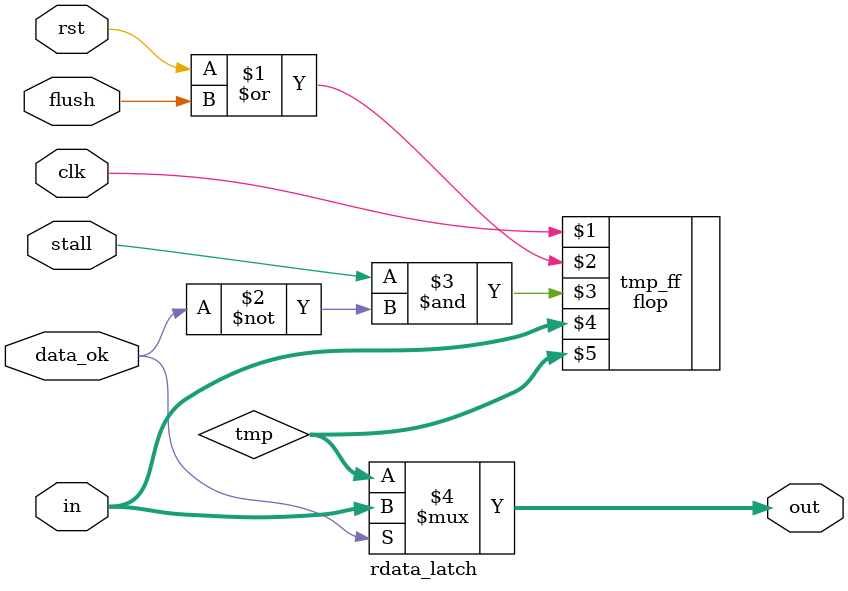
<source format=sv>
module rdata_latch(
	input clk,
	input rst,
	input stall,
	input flush,
	input data_ok,
	input [31:0] in,
	output [31:0] out
);

	logic [31:0] tmp;
	
	flop #(32)	tmp_ff		(clk, rst | flush, stall & ~data_ok, in, tmp);
	
	assign out = data_ok ? in : tmp;
		
endmodule
</source>
